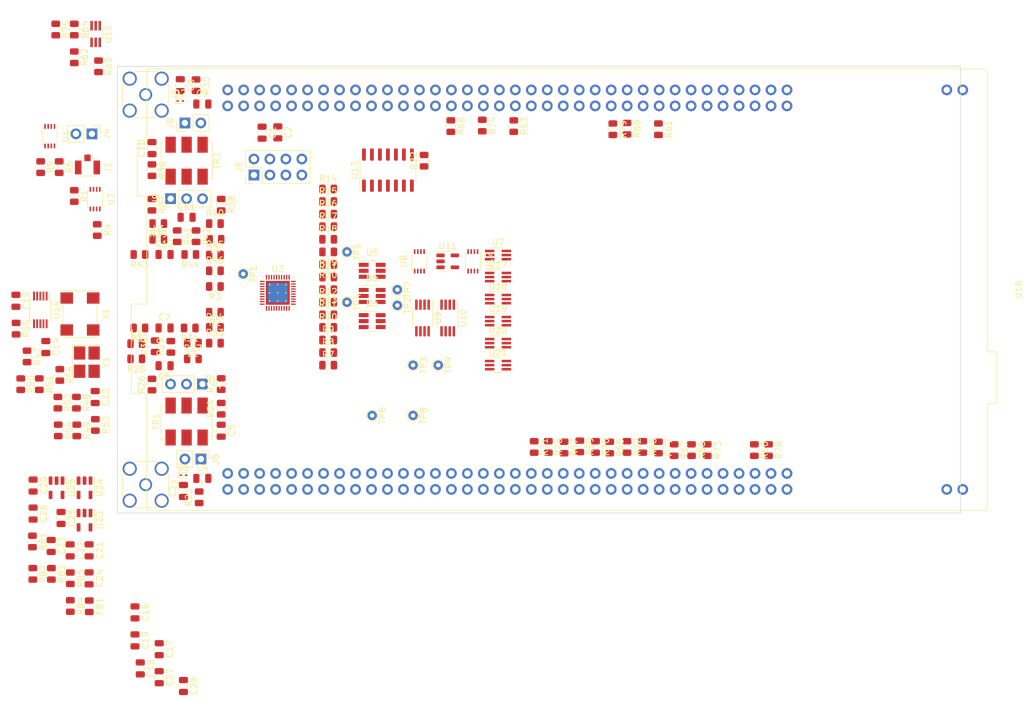
<source format=kicad_pcb>
(kicad_pcb (version 20211014) (generator pcbnew)
  (title_block (title "H7DDCADC") (date "2022-07-17") (rev "initial") (company "papamidas DM1CR"))
  (layers (0 "F.Cu" signal) (1 "In1.Cu" signal) (2 "In2.Cu" signal) (31 "B.Cu" signal) (34 "B.Paste" user) (35 "F.Paste" user) (36 "B.SilkS" user "B.Silkscreen") (37 "F.SilkS" user "F.Silkscreen") (38 "B.Mask" user) (39 "F.Mask" user) (44 "Edge.Cuts" user))
  (net 0 "")
  (net 1 "/CLK_P_IN")
  (net 2 "/ADC/CLKP_ADC")
  (net 3 "/CLKN_IN")
  (net 4 "/ADC/CLKN_ADC")
  (net 5 "Net-(C3-Pad2)")
  (net 6 "Net-(C4-Pad2)")
  (net 7 "Net-(C5-Pad1)")
  (net 8 "GND")
  (net 9 "Net-(C6-Pad1)")
  (net 10 "Net-(C6-Pad2)")
  (net 11 "VCM")
  (net 12 "Net-(C8-Pad2)")
  (net 13 "Net-(C9-Pad2)")
  (net 14 "Net-(C10-Pad1)")
  (net 15 "Net-(C11-Pad1)")
  (net 16 "Net-(C11-Pad2)")
  (net 17 "/CLKGEN/EXT_IN")
  (net 18 "Net-(C13-Pad2)")
  (net 19 "+3.3VA")
  (net 20 "Net-(C15-Pad1)")
  (net 21 "+3V3")
  (net 22 "AVDD")
  (net 23 "IOVDD")
  (net 24 "+1V8")
  (net 25 "/ADC/VREF")
  (net 26 "/ADC/DCLK_IN_ADC")
  (net 27 "/ADC/DCLK_ADC")
  (net 28 "Net-(J7-Pad1)")
  (net 29 "Net-(J7-Pad3)")
  (net 30 "Net-(J9-Pad1)")
  (net 31 "Net-(J9-Pad3)")
  (net 32 "Net-(L1-Pad1)")
  (net 33 "Net-(L1-Pad2)")
  (net 34 "Net-(L2-Pad1)")
  (net 35 "Net-(L2-Pad2)")
  (net 36 "Net-(L3-Pad1)")
  (net 37 "Net-(L3-Pad2)")
  (net 38 "Net-(L4-Pad1)")
  (net 39 "Net-(L4-Pad2)")
  (net 40 "/ECLK_IN")
  (net 41 "Net-(R5-Pad1)")
  (net 42 "/DCLK_IN")
  (net 43 "/MCU/SPI4_MISO")
  (net 44 "/MCU/SPI4_MOSI")
  (net 45 "Net-(R7-Pad1)")
  (net 47 "Net-(R8-Pad1)")
  (net 48 "/ADC/DA1_FCLK_ADC")
  (net 49 "Net-(R9-Pad1)")
  (net 51 "Net-(R10-Pad1)")
  (net 53 "Net-(R11-Pad1)")
  (net 55 "Net-(R12-Pad1)")
  (net 56 "/ADC/DA5_ADC")
  (net 57 "/ADC/DA6_ADC")
  (net 58 "Net-(R13-Pad2)")
  (net 59 "Net-(R14-Pad1)")
  (net 61 "Net-(R15-Pad1)")
  (net 62 "Net-(R16-Pad1)")
  (net 64 "Net-(R17-Pad1)")
  (net 66 "Net-(R18-Pad1)")
  (net 68 "/ADC/DB5_ADC")
  (net 69 "Net-(R19-Pad2)")
  (net 70 "/ADC/DB6_ADC")
  (net 71 "Net-(R20-Pad2)")
  (net 72 "Net-(R21-Pad1)")
  (net 73 "Net-(R22-Pad2)")
  (net 74 "/ADC/AIN_N")
  (net 75 "/ADC/AIN_P")
  (net 76 "/ADC/BIN_N")
  (net 77 "/ADC/BIN_P")
  (net 78 "/CLKGEN/SDA")
  (net 79 "/CLKGEN/SCL")
  (net 80 "Net-(R49-Pad1)")
  (net 81 "Net-(R49-Pad2)")
  (net 82 "Net-(R56-Pad1)")
  (net 83 "/MCU/SPI2_NSS_A")
  (net 84 "/MCU/SPI2_NSS_B")
  (net 85 "/MCU/SPI2_NSS_C")
  (net 86 "/MCU/SPI2_NSS_D")
  (net 87 "/MCU/SPI3_NSS_A")
  (net 88 "/MCU/SPI3_NSS_B")
  (net 89 "/MCU/SPI2_MOSI_A")
  (net 90 "/MCU/SPI2_MOSI_B")
  (net 91 "/MCU/SPI2_MOSI_C")
  (net 92 "/MCU/SPI3_MOSI_A")
  (net 93 "/MCU/SPI3_MOSI_B")
  (net 94 "/MCU/SPI3_MOSI_C")
  (net 95 "/MCU/SPI3_MOSI_D")
  (net 96 "/MCU/SPI2_SCK_A")
  (net 97 "/MCU/SPI2_SCK_B")
  (net 98 "/MCU/SPI2_SCK_C")
  (net 99 "/MCU/SPI2_SCK_D")
  (net 100 "/MCU/SPI2_SCK_E")
  (net 101 "/MCU/SPI3_SCK_A")
  (net 102 "/MCU/SPI3_SCK_B")
  (net 103 "/MCU/I2C1_SCL_A")
  (net 104 "/MCU/I2C1_SCL_B")
  (net 105 "/MCU/I2C1_SDA_A")
  (net 106 "Net-(R81-Pad2)")
  (net 107 "/Power/ENA18")
  (net 108 "Net-(R83-Pad2)")
  (net 109 "/ADC/PDN_SYNC")
  (net 110 "/ADC/DCLK_BUFD2")
  (net 111 "Net-(U1-Pad2)")
  (net 112 "Net-(U1-Pad5)")
  (net 113 "Net-(U2-Pad2)")
  (net 114 "/ADC/RESET")
  (net 115 "/ADC/SDIO")
  (net 116 "/ADC/SEN")
  (net 117 "/ADC/SCLK")
  (net 118 "Net-(U11-Pad2)")
  (net 119 "/ADC/DCLK_BUFI")
  (net 120 "Net-(U10-Pad2)")
  (net 121 "Net-(U11-Pad1)")
  (net 123 "Net-(U9-Pad6)")
  (net 124 "Net-(U10-Pad6)")
  (net 125 "Net-(U11-Pad4)")
  (net 129 "/MCU/PE1")
  (net 130 "/MCU/SPI4_SCK")
  (net 131 "/MCU/SPI4_NSS")
  (net 132 "Net-(U14-Pad3)")
  (net 135 "/MCU/VDD")
  (net 136 "/MCU/E5V")
  (net 145 "/MCU/+5V")
  (net 147 "/MCU/VIN")
  (net 186 "/MCU/U5V")
  (net 235 "/IN_A_50")
  (net 236 "/IN_B_50")
  (net 237 "/SPI2_NSS_50")
  (net 238 "/SP3_NNS_50")
  (net 239 "/SPI2_MOSI_50")
  (net 240 "/SPI3_MOSI_50")
  (net 241 "/SPI2_SCK_50")
  (net 242 "/SPI3_SCK_50")
  (net 243 "/NSS_D_50")
  (net 244 "/DCK_B_50")
  (net 245 "/DA6_D_50")
  (net 246 "/DB6_D_50")
  (net 247 "/MCU/PF0_50")
  (net 248 "/GNDI_A")
  (net 249 "/GNDI_B")
  (net 250 "Net-(U4-Pad6)")
  (footprint "Resistor_SMD:R_0805_2012Metric" (layer "F.Cu") (at 140 63.5 -90)
    (fp_text reference "R68")
    (fp_text value "0R-DNP")
  )
  (footprint "Capacitor_SMD:C_0805_2012Metric" (layer "F.Cu") (at 89.8 145.25 -90)
    (fp_text reference "C19")
    (fp_text value "100nF")
  )
  (footprint "Package_DFN_QFN:UQFN-40-1EP_5x5mm_P0.4mm_EP3.8x3.8mm_ThermalVias" (layer "F.Cu") (at 112.5 90)
    (fp_text reference "U3")
    (fp_text value "ADC3660IRSBT")
  )
  (footprint "Capacitor_SMD:C_0805_2012Metric" (layer "F.Cu") (at 100.5 119.5)
    (fp_text reference "C4")
    (fp_text value "100n")
  )
  (footprint "Capacitor_SMD:C_0805_2012Metric" (layer "F.Cu") (at 70.87 91.27 -90)
    (fp_text reference "C15")
    (fp_text value "100nF")
  )
  (footprint "Resistor_SMD:R_0805_2012Metric" (layer "F.Cu") (at 173 114.5875 -90)
    (fp_text reference "R77")
    (fp_text value "0R-DNP")
  )
  (footprint "Resistor_SMD:R_0805_2012Metric" (layer "F.Cu") (at 160.5 114.4125 -90)
    (fp_text reference "R59")
    (fp_text value "0R-DNP")
  )
  (footprint "Resistor_SMD:R_0805_2012Metric" (layer "F.Cu") (at 80.49 107.46 -90)
    (fp_text reference "R48")
    (fp_text value "4k7")
  )
  (footprint "Package_SO:VSSOP-8_2.4x2.1mm_P0.5mm" (layer "F.Cu") (at 143.5 85 -90)
    (fp_text reference "U12")
    (fp_text value "74AUC1G74DCT")
  )
  (footprint "Resistor_SMD:R_0805_2012Metric" (layer "F.Cu") (at 120.5 87.5)
    (fp_text reference "R21")
    (fp_text value "200")
  )
  (footprint "Package_SO:MSOP-8_3x3mm_P0.65mm" (layer "F.Cu") (at 135.5 94 -90)
    (fp_text reference "U9")
    (fp_text value "74AUC2G79DCT")
  )
  (footprint "Capacitor_SMD:C_0805_2012Metric" (layer "F.Cu") (at 98 78)
    (fp_text reference "C11")
    (fp_text value "100pF")
  )
  (footprint "Package_TO_SOT_SMD:SOT-363_SC-70-6_Handsoldering" (layer "F.Cu") (at 147.5 101.5)
    (fp_text reference "U21")
    (fp_text value "74AUP1T97GW")
  )
  (footprint "Capacitor_SMD:C_0805_2012Metric" (layer "F.Cu") (at 90.64 149.7 -90)
    (fp_text reference "C18")
    (fp_text value "100nF")
  )
  (footprint "Resistor_SMD:R_0805_2012Metric" (layer "F.Cu") (at 120.5 85.5 180)
    (fp_text reference "R20")
    (fp_text value "200")
  )
  (footprint "Resistor_SMD:R_0805_2012Metric" (layer "F.Cu") (at 103.5 108.42 90)
    (fp_text reference "R24")
    (fp_text value "0R")
  )
  (footprint "Package_TO_SOT_SMD:SOT-363_SC-70-6_Handsoldering" (layer "F.Cu") (at 83.55 48.87 -90)
    (fp_text reference "U15")
    (fp_text value "74AUP1T97GW")
  )
  (footprint "Resistor_SMD:R_0805_2012Metric" (layer "F.Cu") (at 96.5 81 -90)
    (fp_text reference "R41")
    (fp_text value "33R")
  )
  (footprint "Resistor_SMD:R_0805_2012Metric" (layer "F.Cu") (at 102.5875 81.5 180)
    (fp_text reference "L4")
    (fp_text value "180nH")
  )
  (footprint "Resistor_SMD:R_0805_2012Metric" (layer "F.Cu") (at 83.5 111 -90)
    (fp_text reference "R53")
    (fp_text value "90")
  )
  (footprint "Capacitor_SMD:C_0805_2012Metric" (layer "F.Cu") (at 83.47 106.57 -90)
    (fp_text reference "C13")
    (fp_text value "100nF")
  )
  (footprint "Capacitor_SMD:C_0805_2012Metric" (layer "F.Cu") (at 82.5 135.39 -90)
    (fp_text reference "C24")
    (fp_text value "1uF")
  )
  (footprint "Resistor_SMD:R_0805_2012Metric" (layer "F.Cu") (at 93.5 79 180)
    (fp_text reference "R39")
    (fp_text value "0R")
  )
  (footprint "Capacitor_SMD:C_0805_2012Metric" (layer "F.Cu") (at 79.49 130.94 -90)
    (fp_text reference "C22")
    (fp_text value "1uF")
  )
  (footprint "Resistor_SMD:R_0805_2012Metric" (layer "F.Cu") (at 80.15 48.15 -90)
    (fp_text reference "R64")
    (fp_text value "0R-DNP")
  )
  (footprint "Resistor_SMD:R_0805_2012Metric" (layer "F.Cu") (at 80.15 52.56 -90)
    (fp_text reference "R62")
    (fp_text value "0R-DNP")
  )
  (footprint "Resistor_SMD:R_0805_2012Metric" (layer "F.Cu") (at 120.5 83.5 180)
    (fp_text reference "R19")
    (fp_text value "200")
  )
  (footprint "Resistor_SMD:R_0805_2012Metric" (layer "F.Cu") (at 120.5 89.5 180)
    (fp_text reference "R13")
    (fp_text value "200")
  )
  (footprint "Resistor_SMD:R_0805_2012Metric" (layer "F.Cu") (at 98.5 95.5875 180)
    (fp_text reference "R31")
    (fp_text value "24.9R")
  )
  (footprint "TestPoint:TestPoint_THTPad_D1.5mm_Drill0.7mm" (layer "F.Cu") (at 134 101.5 -90)
    (fp_text reference "TP3")
    (fp_text value "ENA18")
  )
  (footprint "Connector_PinHeader_2.54mm:PinHeader_1x02_P2.54mm_Vertical" (layer "F.Cu") (at 82.95 64.73 -90)
    (fp_text reference "J4")
    (fp_text value "HDR2")
  )
  (footprint "Connector_PinHeader_2.54mm:PinHeader_2x04_P2.54mm_Vertical" (layer "F.Cu") (at 108.7 71.275 90)
    (fp_text reference "J5")
    (fp_text value "HDR2x4")
  )
  (footprint "Capacitor_SMD:C_0805_2012Metric" (layer "F.Cu") (at 93.65 146.65 -90)
    (fp_text reference "C17")
    (fp_text value "100nF")
  )
  (footprint "Resistor_SMD:R_0805_2012Metric" (layer "F.Cu") (at 120.5 81.5)
    (fp_text reference "R18")
    (fp_text value "200-DNP")
  )
  (footprint "Resistor_SMD:R_0805_2012Metric" (layer "F.Cu") (at 95.5 98.5875 90)
    (fp_text reference "R29")
    (fp_text value "33R")
  )
  (footprint "Capacitor_SMD:C_0805_2012Metric" (layer "F.Cu") (at 100.5 60)
    (fp_text reference "C9")
    (fp_text value "100n")
  )
  (footprint "Resistor_SMD:R_0805_2012Metric" (layer "F.Cu") (at 135.75 69 90)
    (fp_text reference "R22")
    (fp_text value "0R")
  )
  (footprint "Resistor_SMD:R_0805_2012Metric" (layer "F.Cu") (at 173 64 -90)
    (fp_text reference "R61")
    (fp_text value "0R-DNP")
  )
  (footprint "Resistor_SMD:R_0805_2012Metric" (layer "F.Cu") (at 120.5 101.5)
    (fp_text reference "R7")
    (fp_text value "200-DNP")
  )
  (footprint "Resistor_SMD:R_0805_2012Metric" (layer "F.Cu") (at 90 98.0875)
    (fp_text reference "L2")
    (fp_text value "180nH")
  )
  (footprint "Resistor_SMD:R_0805_2012Metric" (layer "F.Cu") (at 79.52 139.78 -90)
    (fp_text reference "R84")
    (fp_text value "0R-DNP")
  )
  (footprint "Resistor_SMD:R_0805_2012Metric" (layer "F.Cu") (at 84 54 -90)
    (fp_text reference "R69")
    (fp_text value "0R-DNP")
  )
  (footprint "Resistor_SMD:R_0805_2012Metric" (layer "F.Cu") (at 98.5875 83.9125 180)
    (fp_text reference "R44")
    (fp_text value "24.9R")
  )
  (footprint "TestPoint:TestPoint_THTPad_D1.5mm_Drill0.7mm" (layer "F.Cu") (at 131.5 92 -90)
    (fp_text reference "TP2")
    (fp_text value "DCK_B2")
  )
  (footprint "Capacitor_SMD:C_0805_2012Metric" (layer "F.Cu") (at 97.5 121.5 90)
    (fp_text reference "C3")
    (fp_text value "100n")
  )
  (footprint "Resistor_SMD:R_0805_2012Metric" (layer "F.Cu") (at 120.5 75.5)
    (fp_text reference "R15")
    (fp_text value "200")
  )
  (footprint "Resistor_SMD:R_0805_2012Metric" (layer "F.Cu") (at 175.5 115 -90)
    (fp_text reference "R57")
    (fp_text value "0R")
  )
  (footprint "Resistor_SMD:R_0805_2012Metric" (layer "F.Cu") (at 77.85 103.05 -90)
    (fp_text reference "R56")
    (fp_text value "0R")
  )
  (footprint "Resistor_SMD:R_0805_2012Metric" (layer "F.Cu") (at 102.5 86.5)
    (fp_text reference "R46")
    (fp_text value "10R")
  )
  (footprint "Package_SO:VSSOP-8_2.4x2.1mm_P0.5mm" (layer "F.Cu") (at 83.45 75.11 -90)
    (fp_text reference "U2")
    (fp_text value "74AUC1G74DCT")
  )
  (footprint "Package_SO:SOIC-14_3.9x8.7mm_P1.27mm" (layer "F.Cu") (at 130 70.5 90)
    (fp_text reference "U13")
    (fp_text value "TXB0104D")
  )
  (footprint "Capacitor_SMD:C_0805_2012Metric" (layer "F.Cu") (at 89.8 140.8 -90)
    (fp_text reference "C16")
    (fp_text value "100nF")
  )
  (footprint "Oscillator:Oscillator_SMD_SeikoEpson_SG8002CA-4Pin_7.0x5.0mm" (layer "F.Cu") (at 81.05 93.37 -90)
    (fp_text reference "X1")
    (fp_text value "SG-7050CAN")
  )
  (footprint "TestPoint:TestPoint_THTPad_D1.5mm_Drill0.7mm" (layer "F.Cu") (at 123.5 91.5 -90)
    (fp_text reference "TP4")
    (fp_text value "DA5")
  )
  (footprint "TestPoint:TestPoint_THTPad_D1.5mm_Drill0.7mm" (layer "F.Cu") (at 131.5 89.5 -90)
    (fp_text reference "TP7")
    (fp_text value "DCK_B")
  )
  (footprint "Resistor_SMD:R_0805_2012Metric" (layer "F.Cu") (at 168 114.5 -90)
    (fp_text reference "R72")
    (fp_text value "0R-DNP")
  )
  (footprint "Resistor_SMD:R_0805_2012Metric" (layer "F.Cu") (at 74.59 104.52 -90)
    (fp_text reference "R51")
    (fp_text value "100")
  )
  (footprint "Resistor_SMD:R_0805_2012Metric" (layer "F.Cu") (at 120.5 79.5)
    (fp_text reference "R17")
    (fp_text value "200-DNP")
  )
  (footprint "Resistor_SMD:R_0805_2012Metric" (layer "F.Cu") (at 99.5 81 -90)
    (fp_text reference "R42")
    (fp_text value "33R")
  )
  (footprint "Resistor_SMD:R_0805_2012Metric" (layer "F.Cu") (at 102.5 93.0875 180)
    (fp_text reference "R2")
    (fp_text value "0R")
  )
  (footprint "RF_Mini-Circuits:Mini-Circuits_CD637_H5.23mm" (layer "F.Cu") (at 98 69 -90)
    (fp_text reference "TR2")
    (fp_text value "ADT1-6T")
  )
  (footprint "TestPoint:TestPoint_THTPad_D1.5mm_Drill0.7mm" (layer "F.Cu") (at 134 109.5 -90)
    (fp_text reference "TP8")
    (fp_text value "DA6_D")
  )
  (footprint "TestPoint:TestPoint_THTPad_D1.5mm_Drill0.7mm" (layer "F.Cu") (at 123.5 83.5 -90)
    (fp_text reference "TP5")
    (fp_text value "DB5")
  )
  (footprint "Connector_PinHeader_2.54mm:PinHeader_1x02_P2.54mm_Vertical" (layer "F.Cu") (at 97.725 63 90)
    (fp_text reference "J8")
    (fp_text value "HDR2")
  )
  (footprint "Package_TO_SOT_SMD:SOT-23-5" (layer "F.Cu") (at 81.78 120.99 -90)
    (fp_text reference "U24")
    (fp_text value "AP2127K-1.8")
  )
  (footprint "Resistor_SMD:R_0805_2012Metric" (layer "F.Cu") (at 92.5 70.5 -90)
    (fp_text reference "R36")
    (fp_text value "0R")
  )
  (footprint "Diode_SMD:D_SOD-923" (layer "F.Cu") (at 97.5 119)
    (fp_text reference "D1")
    (fp_text value "ESD9B3.3ST5G")
  )
  (footprint "Resistor_SMD:R_0805_2012Metric" (layer "F.Cu") (at 79.52 135.37 -90)
    (fp_text reference "R85")
    (fp_text value "0R-DNP")
  )
  (footprint "Resistor_SMD:R_0805_2012Metric" (layer "F.Cu") (at 83.8 80.02 -90)
    (fp_text reference "R4")
    (fp_text value "0R-DNP")
  )
  (footprint "RF_Mini-Circuits:Mini-Circuits_CD637_H5.23mm" (layer "F.Cu") (at 98 110.46 90)
    (fp_text reference "TR1")
    (fp_text value "ADT1-6T")
  )
  (footprint "Capacitor_SMD:C_0805_2012Metric" (layer "F.Cu") (at 94.5 101.5875 180)
    (fp_text reference "C6")
    (fp_text value "100pF")
  )
  (footprint "Connector_PinHeader_2.54mm:PinHeader_1x02_P2.54mm_Vertical" (layer "F.Cu") (at 100.275 116.42 -90)
    (fp_text reference "J6")
    (fp_text value "HDR2")
  )
  (footprint "Resistor_SMD:R_0805_2012Metric" (layer "F.Cu") (at 93.5 81.5)
    (fp_text reference "L3")
    (fp_text value "180nH")
  )
  (footprint "Package_TO_SOT_SMD:SOT-363_SC-70-6_Handsoldering" (layer "F.Cu") (at 147.5 94.5)
    (fp_text reference "U19")
    (fp_text value "74AUP1T97GW")
  )
  (footprint "Resistor_SMD:R_0805_2012Metric" (layer "F.Cu") (at 102.5 89 180)
    (fp_text reference "R3")
    (fp_text value "0R")
  )
  (footprint "Resistor_SMD:R_0805_2012Metric" (layer "F.Cu") (at 99.5 57 -90)
    (fp_text reference "R35")
    (fp_text value "1M")
  )
  (footprint "Package_TO_SOT_SMD:SOT-363_SC-70-6_Handsoldering" (layer "F.Cu") (at 147.5 87.5)
    (fp_text reference "U17")
    (fp_text value "74AUP1T97GW")
  )
  (footprint "Resistor_SMD:R_0805_2012Metric" (layer "F.Cu") (at 165.75 64 -90)
    (fp_text reference "R79")
    (fp_text value "0R-DNP")
  )
  (footprint "Resistor_SMD:R_0805_2012Metric" (layer "F.Cu") (at 77.6 111.87 -90)
    (fp_text reference "R54")
    (fp_text value "0R-DNP")
  )
  (footprint "Resistor_SMD:R_0805_2012Metric" (layer "F.Cu") (at 71.64 104.52 -90)
    (fp_text reference "R50")
    (fp_text value "330")
  )
  (footprint "Package_TO_SOT_SMD:SOT-363_SC-70-6_Handsoldering" (layer "F.Cu") (at 147.5 98)
    (fp_text reference "U20")
    (fp_text value "74AUP1T97GW")
  )
  (footprint "Capacitor_SMD:C_0805_2012Metric" (layer "F.Cu") (at 73.6 120.64 -90)
    (fp_text reference "C20")
    (fp_text value "1uF")
  )
  (footprint "Resistor_SMD:R_0805_2012Metric" (layer "F.Cu") (at 102.5 79)
    (fp_text reference "R40")
    (fp_text value "0R")
  )
  (footprint "Package_SO:MSOP-10_3x3mm_P0.5mm" (layer "F.Cu") (at 74.75 92.72 -90)
    (fp_text reference "U14")
    (fp_text value "Si5351A-B-GT")
  )
  (footprint "Resistor_SMD:R_0805_2012Metric" (layer "F.Cu") (at 92.5 76 -90)
    (fp_text reference "R37")
    (fp_text value "0R")
  )
  (footprint "Resistor_SMD:R_0805_2012Metric" (layer "F.Cu") (at 73.56 134.67 -90)
    (fp_text reference "R82")
    (fp_text value "1k")
  )
  (footprint "Connector_Coaxial:U.FL_Hirose_U.FL-R-SMT-1_Vertical" (layer "F.Cu") (at 82.25 69.6 -90)
    (fp_text reference "J1")
    (fp_text value "U.FL-DNP")
  )
  (footprint "Resistor_SMD:R_0805_2012Metric" (layer "F.Cu") (at 165.25 114.5875 -90)
    (fp_text reference "R65")
    (fp_text value "0R-DNP")
  )
  (footprint "Resistor_SMD:R_0805_2012Metric" (layer "F.Cu") (at 70.9 95.7 -90)
    (fp_text reference "R55")
    (fp_text value "1R")
  )
  (footprint "Resistor_SMD:R_0805_2012Metric" (layer "F.Cu") (at 99 98 180)
    (fp_text reference "L1")
    (fp_text value "180nH")
  )
  (footprint "Resistor_SMD:R_0805_2012Metric" (layer "F.Cu") (at 102.5 98)
    (fp_text reference "R33")
    (fp_text value "10R")
  )
  (footprint "Resistor_SMD:R_0805_2012Metric" (layer "F.Cu") (at 190.5 115 -90)
    (fp_text reference "R78")
    (fp_text value "0R-DNP")
  )
  (footprint "Resistor_SMD:R_0805_2012Metric" (layer "F.Cu") (at 100 122.5 90)
    (fp_text reference "R23")
    (fp_text value "1M")
  )
  (footprint "Resistor_SMD:R_0805_2012Metric" (layer "F.Cu") (at 120.5 77.5)
    (fp_text reference "R16")
    (fp_text value "200-DNP")
  )
  (footprint "Capacitor_SMD:C_0805_2012Metric" (layer "F.Cu") (at 97 57 -90)
    (fp_text reference "C8")
    (fp_text value "100n")
  )
  (footprint "Resistor_SMD:R_0805_2012Metric" (layer "F.Cu") (at 74.8 70.02 -90)
    (fp_text reference "R5")
    (fp_text value "0R-DNP")
  )
  (footprint "Resistor_SMD:R_0805_2012Metric" (layer "F.Cu") (at 76.51 134.67 -90)
    (fp_text reference "R83")
    (fp_text value "1k")
  )
  (footprint "Capacitor_SMD:C_0805_2012Metric" (layer "F.Cu") (at 73.6 125.09 -90)
    (fp_text reference "C26")
    (fp_text value "1uF")
  )
  (footprint "TestPoint:TestPoint_THTPad_D1.5mm_Drill0.7mm" (layer "F.Cu") (at 107 87 -90)
    (fp_text reference "TP1")
    (fp_text value "PDN")
  )
  (footprint "Resistor_SMD:R_0805_2012Metric" (layer "F.Cu") (at 93 98.5 90)
    (fp_text reference "R30")
    (fp_text value "33R")
  )
  (footprint "Capacitor_SMD:C_0805_2012Metric" (layer "F.Cu") (at 94.5 95.5875)
    (fp_text reference "C7")
    (fp_text value "100n")
  )
  (footprint "Capacitor_SMD:C_0805_2012Metric" (layer "F.Cu") (at 103.5 111.92 -90)
    (fp_text reference "C5")
    (fp_text value "100n")
  )
  (footprint "Package_SO:VSSOP-8_2.4x2.1mm_P0.5mm" (layer "F.Cu") (at 135 85 90)
    (fp_text reference "U8")
    (fp_text value "74AUC1G74DCT")
  )
  (footprint "TestPoint:TestPoint_THTPad_D1.5mm_Drill0.7mm" (layer "F.Cu") (at 127.5 109.5 -90)
    (fp_text reference "TP6")
    (fp_text value "NSS_D")
  )
  (footprint "Resistor_SMD:R_0805_2012Metric" (layer "F.Cu") (at 72.64 100.11 -90)
    (fp_text reference "R47")
    (fp_text value "4k7")
  )
  (footprint "TestPoint:TestPoint_THTPad_D1.5mm_Drill0.7mm" (layer "F.Cu") (at 138 101.5 -90)
    (fp_text reference "TP9")
    (fp_text value "DB6_D")
  )
  (footprint "Package_SO:MSOP-8_3x3mm_P0.65mm" (layer "F.Cu") (at 139.5 94 -90)
    (fp_text reference "U10")
    (fp_text value "74AUC2G79DCT")
  )
  (footprint "Module:ST_Morpho_Connector_144_STLink" (layer "F.Cu") (at 193.43 57.75 -90)
    (fp_text reference "U16")
    (fp_text value "NUCLEO144-H743ZI")
  )
  (footprint "Capacitor_SMD:C_0805_2012Metric" (layer "F.Cu") (at 76.48 130.24 -90)
    (fp_text reference "C23")
    (fp_text value "1uF")
  )
  (footprint "Capacitor_SMD:C_0805_2012Metric" (layer "F.Cu") (at 78.05 125.79 -90)
    (fp_text reference "C25")
    (fp_text value "1uF")
  )
  (footprint "Resistor_SMD:R_0805_2012Metric" (layer "F.Cu") (at 90.5 83.9125 180)
    (fp_text reference "R43")
    (fp_text value "24.9R")
  )
  (footprint "Resistor_SMD:R_0805_2012Metric" (layer "F.Cu") (at 80.15 74.61 -90)
    (fp_text reference "R1")
    (fp_text value "0R-DNP")
  )
  (footprint "Resistor_SMD:R_0805_2012Metric" (layer "F.Cu") (at 120.5 73.5)
    (fp_text reference "R14")
    (fp_text value "200-DNP")
  )
  (footprint "Resistor_SMD:R_0805_2012Metric" (layer "F.Cu") (at 153.25 114.5 -90)
    (fp_text reference "R71")
    (fp_text value "0R-DNP")
  )
  (footprint "Crystal:Crystal_SMD_3225-4Pin_3.2x2.5mm_HandSoldering" (layer "F.Cu") (at 82.15 101.02 -90)
    (fp_text reference "Y1")
    (fp_text value "25/27MHz-3225-DNP")
  )
  (footprint "Capacitor_SMD:C_0805_2012Metric" (layer "F.Cu") (at 94.5 83.9125)
    (fp_text reference "C12")
    (fp_text value "100n")
  )
  (footprint "Resistor_SMD:R_0805_2012Metric" (layer "F.Cu") (at 80.55 111.87 -90)
    (fp_text reference "R49")
    (fp_text value "0R")
  )
  (footprint "Resistor_SMD:R_0805_2012Metric" (layer "F.Cu") (at 150 63.5 -90)
    (fp_text reference "R63")
    (fp_text value "0R")
  )
  (footprint "Resistor_SMD:R_0805_2012Metric" (layer "F.Cu") (at 155.5 114.5 -90)
    (fp_text reference "R76")
    (fp_text value "0R-DNP")
  )
  (footprint "Resistor_SMD:R_0805_2012Metric" (layer "F.Cu") (at 73.5 129.52 -90)
    (fp_text reference "R81")
    (fp_text value "1k")
  )
  (footprint "Resistor_SMD:R_0805_2012Metric" (layer "F.Cu") (at 163 114.5 -90)
    (fp_text reference "R70")
    (fp_text value "0R")
  )
  (footprint "Connector_Coaxial:SMA_Wurth_60312002114503_Vertical" (layer "F.Cu") (at 91.5 120.5 -90)
    (fp_text reference "J2")
    (fp_text value "SMA")
  )
  (footprint "Resistor_SMD:R_0805_2012Metric" (layer "F.Cu") (at 82.53 139.82 -90)
    (fp_text reference "FB1")
    (fp_text value "Ferrite_0805")
  )
  (footprint "Resistor_SMD:R_0805_2012Metric" (layer "F.Cu") (at 77.75 70.02 -90)
    (fp_text reference "R6")
    (fp_text value "1k")
  )
  (footprint "Resistor_SMD:R_0805_2012Metric" (layer "F.Cu") (at 180.75 115 -90)
    (fp_text reference "R73")
    (fp_text value "0R-DNP")
  )
  (footprint "Diode_SMD:D_SOD-923" (layer "F.Cu") (at 97 59.5)
    (fp_text reference "D2")
    (fp_text value "ESD9B3.3ST5G")
  )
  (footprint "Package_TO_SOT_SMD:SOT-23-6_Handsoldering" (layer "F.Cu") (at 127.5 90.5)
    (fp_text reference "U6")
    (fp_text value "74AUC2G34DBV")
  )
  (footprint "Resistor_SMD:R_0805_2012Metric" (layer "F.Cu") (at 145 63.4125 -90)
    (fp_text reference "R74")
    (fp_text value "0R-DNP")
  )
  (footprint "Package_SO:VSSOP-8_2.4x2.1mm_P0.5mm" (layer "F.Cu") (at 76.25 65.11 -90)
    (fp_text reference "U1")
    (fp_text value "74AUC1G74DCT")
  )
  (footprint "Capacitor_SMD:C_0805_2012Metric" (layer "F.Cu") (at 75.62 98.62 -90)
    (fp_text reference "C14")
    (fp_text value "100nF")
  )
  (footprint "Resistor_SMD:R_0805_2012Metric" (layer "F.Cu") (at 90 100.5 180)
    (fp_text reference "R28")
    (fp_text value "0R")
  )
  (footprint "Resistor_SMD:R_0805_2012Metric" (layer "F.Cu") (at 120.5 99.5)
    (fp_text reference "R8")
    (fp_text value "200")
  )
  (footprint "Resistor_SMD:R_0805_2012Metric" (layer "F.Cu") (at 99 100.5)
    (fp_text reference "R27")
    (fp_text value "0R")
  )
  (footprint "Package_TO_SOT_SMD:SOT-23-6_Handsoldering" (layer "F.Cu") (at 127.5 94.5)
    (fp_text reference "U4")
    (fp_text value "74AUC2G34DBV")
  )
  (footprint "Connector_PinHeader_2.54mm:PinHeader_1x03_P2.54mm_Vertical" (layer "F.Cu") (at 95.46 75.04 90)
    (fp_text reference "J9")
    (fp_text value "HDR3")
  )
  (footprint "Resistor_SMD:R_0805_2012Metric" (layer "F.Cu") (at 103.5 76 -90)
    (fp_text reference "R38")
    (fp_text value "0R")
  )
  (footprint "Package_TO_SOT_SMD:SOT-23-6_Handsoldering" (layer "F.Cu") (at 127.5 86.5)
    (fp_text reference "U5")
    (fp_text value "74AUC2G34DBV")
  )
  (footprint "Resistor_SMD:R_0805_2012Metric" (layer "F.Cu") (at 90.5 95.5875 180)
    (fp_text reference "R32")
    (fp_text value "24.9R")
  )
  (footprint "Package_TO_SOT_SMD:SOT-363_SC-70-6_Handsoldering" (layer "F.Cu") (at 147.5 84)
    (fp_text reference "U7")
    (fp_text value "74AUP1T97GW")
  )
  (footprint "Resistor_SMD:R_0805_2012Metric" (layer "F.Cu") (at 120.5 91.5)
    (fp_text reference "R12")
    (fp_text value "200")
  )
  (footprint "Resistor_SMD:R_0805_2012Metric" (layer "F.Cu") (at 77.54 107.46 -90)
    (fp_text reference "R52")
    (fp_text value "240")
  )
  (footprint "Capacitor_SMD:C_0805_2012Metric" (layer "F.Cu") (at 112.5 64.5 -90)
    (fp_text reference "C2")
    (fp_text value "100nF")
  )
  (footprint "Resistor_SMD:R_0805_2012Metric" (layer "F.Cu") (at 120.5 93.5)
    (fp_text reference "R11")
    (fp_text value "200-DNP")
  )
  (footprint "Connector_Coaxial:SMA_Wurth_60312002114503_Vertical" (layer "F.Cu") (at 91.5 58.5 -90)
    (fp_text reference "J3")
    (fp_text value "SMA")
  )
  (footprint "Resistor_SMD:R_0805_2012Metric" (layer "F.Cu") (at 102.5 84)
    (fp_text reference "R45")
    (fp_text value "10R")
  )
  (footprint "Capacitor_SMD:C_0805_2012Metric" (layer "F.Cu") (at 110 64.55 -90)
    (fp_text reference "C1")
    (fp_text value "100nF")
  )
  (footprint "Resistor_SMD:R_0805_2012Metric" (layer "F.Cu") (at 77.2 48.15 -90)
    (fp_text reference "R75")
    (fp_text value "0R-DNP")
  )
  (footprint "Resistor_SMD:R_0805_2012Metric" (layer "F.Cu") (at 103.5 104.5 90)
    (fp_text reference "R25")
    (fp_text value "0R")
  )
  (footprint "Capacitor_SMD:C_0805_2012Metric" (layer "F.Cu") (at 93.65 151.1 -90)
    (fp_text reference "C27")
    (fp_text value "100nF")
  )
  (footprint "Package_TO_SOT_SMD:SOT-363_SC-70-6_Handsoldering" (layer "F.Cu") (at 147.5 91)
    (fp_text reference "U18")
    (fp_text value "74AUP1T97GW")
  )
  (footprint "Resistor_SMD:R_0805_2012Metric" (layer "F.Cu") (at 178.25 115 -90)
    (fp_text reference "R58")
    (fp_text value "0R-DNP")
  )
  (footprint "Resistor_SMD:R_0805_2012Metric" (layer "F.Cu") (at 188.25 115 -90)
    (fp_text reference "R60")
    (fp_text value "0R-DNP")
  )
  (footprint "Resistor_SMD:R_0805_2012Metric" (layer "F.Cu") (at 92.5 104.5875 90)
    (fp_text reference "R26")
    (fp_text value "0R")
  )
  (footprint "Package_TO_SOT_SMD:SOT-23-5" (layer "F.Cu") (at 139.5 85)
    (fp_text reference "U11")
    (fp_text value "74AUC1G08DBV")
  )
  (footprint "Capacitor_SMD:C_0805_2012Metric" (layer "F.Cu") (at 97.5 152.5 -90)
    (fp_text reference "C28")
    (fp_text value "100nF")
  )
  (footprint "Resistor_SMD:R_0805_2012Metric" (layer "F.Cu") (at 120.5 97.5)
    (fp_text reference "R9")
    (fp_text value "200-DNP")
  )
  (footprint "Connector_PinHeader_2.54mm:PinHeader_1x03_P2.54mm_Vertical" (layer "F.Cu") (at 100.525 104.5075 -90)
    (fp_text reference "J7")
    (fp_text value "HDR3")
  )
  (footprint "Resistor_SMD:R_0805_2012Metric" (layer "F.Cu") (at 170.5 114.5 -90)
    (fp_text reference "R66")
    (fp_text value "0R")
  )
  (footprint "Package_TO_SOT_SMD:SOT-23-5" (layer "F.Cu") (at 77.33 120.99 -90)
    (fp_text reference "U25")
    (fp_text value "AP2127K-1.8")
  )
  (footprint "Resistor_SMD:R_0805_2012Metric" (layer "F.Cu") (at 120.5 95.5)
    (fp_text reference "R10")
    (fp_text value "200-DNP")
  )
  (footprint "Capacitor_SMD:C_0805_2012Metric" (layer "F.Cu") (at 82.5 130.94 -90)
    (fp_text reference "C21")
    (fp_text value "1uF")
  )
  (footprint "Resistor_SMD:R_0805_2012Metric" (layer "F.Cu") (at 158 114.5875 -90)
    (fp_text reference "R67")
    (fp_text value "0R-DNP")
  )
  (footprint "Resistor_SMD:R_0805_2012Metric" (layer "F.Cu") (at 102.5 95.5)
    (fp_text reference "R34")
    (fp_text value "10R")
  )
  (footprint "Package_TO_SOT_SMD:SOT-23-5" (layer "F.Cu") (at 81.78 126.14 -90)
    (fp_text reference "U23")
    (fp_text value "AP2127K-1.8")
  )
  (footprint "Resistor_SMD:R_0805_2012Metric" (layer "F.Cu") (at 168 63.9125 -90)
    (fp_text reference "R80")
    (fp_text value "0R-DNP")
  )
  (footprint "Capacitor_SMD:C_0805_2012Metric" (layer "F.Cu") (at 92.5 67 90)
    (fp_text reference "C10")
    (fp_text value "100n")
  )
  (gr_rect (start 87 54) (end 221 125) (layer "Edge.Cuts") (width 0.1) (fill none))
)
</source>
